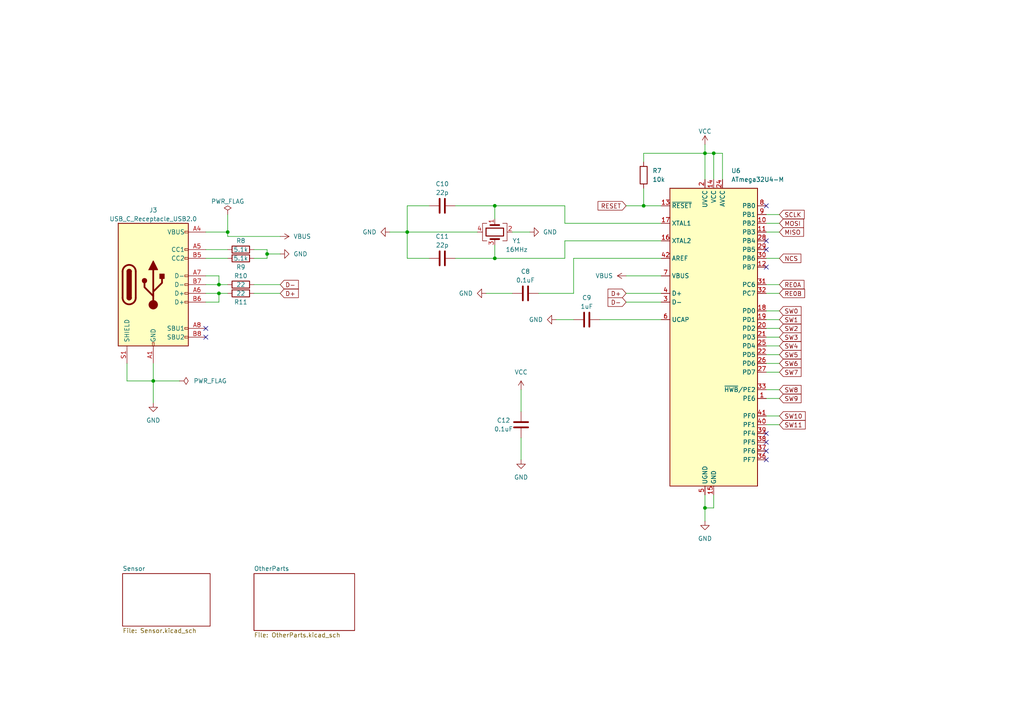
<source format=kicad_sch>
(kicad_sch (version 20230121) (generator eeschema)
  (paper "A4")
  (lib_symbols
    (symbol "Connector:USB_C_Receptacle_USB2.0" (pin_names (offset 1.016))
      (property "Reference" "J" (at -10.16 19.05 0))
      (property "Value" "USB_C_Receptacle_USB2.0" (at 19.05 19.05 0))
      (symbol "USB_C_Receptacle_USB2.0_0_0"
        (rectangle (start -0.254 -17.78) (end 0.254 -16.764))
        (rectangle (start 10.16 -14.986) (end 9.144 -15.494))
        (rectangle (start 10.16 -12.446) (end 9.144 -12.954))
        (rectangle (start 10.16 -4.826) (end 9.144 -5.334))
        (rectangle (start 10.16 -2.286) (end 9.144 -2.794))
        (rectangle (start 10.16 0.254) (end 9.144 -0.254))
        (rectangle (start 10.16 2.794) (end 9.144 2.286))
        (rectangle (start 10.16 7.874) (end 9.144 7.366))
        (rectangle (start 10.16 10.414) (end 9.144 9.906))
        (rectangle (start 10.16 15.494) (end 9.144 14.986))
      )
      (symbol "USB_C_Receptacle_USB2.0_0_1"
        (rectangle (start -10.16 17.78) (end 10.16 -17.78) (stroke (width 0.254)) (fill (type background)))
        (arc (start -8.89 -3.81) (mid -6.985 -5.7067) (end -5.08 -3.81) (stroke (width 0.508)))
        (arc (start -7.62 -3.81) (mid -6.985 -4.4423) (end -6.35 -3.81) (stroke (width 0.254)))
        (arc (start -7.62 -3.81) (mid -6.985 -4.4423) (end -6.35 -3.81) (stroke (width 0.254)) (fill (type outline)))
        (rectangle (start -7.62 -3.81) (end -6.35 3.81) (stroke (width 0.254)) (fill (type outline)))
        (arc (start -6.35 3.81) (mid -6.985 4.4423) (end -7.62 3.81) (stroke (width 0.254)))
        (arc (start -6.35 3.81) (mid -6.985 4.4423) (end -7.62 3.81) (stroke (width 0.254)) (fill (type outline)))
        (arc (start -5.08 3.81) (mid -6.985 5.7067) (end -8.89 3.81) (stroke (width 0.508)))
        (circle (center -2.54 1.143) (radius 0.635) (stroke (width 0.254)) (fill (type outline)))
        (circle (center 0 -5.842) (radius 1.27) (fill (type outline)))
        (polyline (pts (xy -8.89 -3.81) (xy -8.89 3.81)) (stroke (width 0.508)))
        (polyline (pts (xy -5.08 3.81) (xy -5.08 -3.81)) (stroke (width 0.508)))
        (polyline (pts (xy 0 -5.842) (xy 0 4.318)) (stroke (width 0.508)))
        (polyline (pts (xy 0 -3.302) (xy -2.54 -0.762) (xy -2.54 0.508)) (stroke (width 0.508)))
        (polyline (pts (xy 0 -2.032) (xy 2.54 0.508) (xy 2.54 1.778)) (stroke (width 0.508)))
        (polyline (pts (xy -1.27 4.318) (xy 0 6.858) (xy 1.27 4.318) (xy -1.27 4.318)) (stroke (width 0.254)) (fill (type outline)))
        (rectangle (start 1.905 1.778) (end 3.175 3.048) (stroke (width 0.254)) (fill (type outline)))
      )
      (symbol "USB_C_Receptacle_USB2.0_1_1"
        (pin passive line (at 0 -22.86 90) (length 5.08) (name "GND") (number "A1"))
        (pin passive line (at 0 -22.86 90) (length 5.08) hide (name "GND") (number "A12"))
        (pin passive line (at 15.24 15.24 180) (length 5.08) (name "VBUS") (number "A4"))
        (pin bidirectional line (at 15.24 10.16 180) (length 5.08) (name "CC1") (number "A5"))
        (pin bidirectional line (at 15.24 -2.54 180) (length 5.08) (name "D+") (number "A6"))
        (pin bidirectional line (at 15.24 2.54 180) (length 5.08) (name "D-") (number "A7"))
        (pin bidirectional line (at 15.24 -12.7 180) (length 5.08) (name "SBU1") (number "A8"))
        (pin passive line (at 15.24 15.24 180) (length 5.08) hide (name "VBUS") (number "A9"))
        (pin passive line (at 0 -22.86 90) (length 5.08) hide (name "GND") (number "B1"))
        (pin passive line (at 0 -22.86 90) (length 5.08) hide (name "GND") (number "B12"))
        (pin passive line (at 15.24 15.24 180) (length 5.08) hide (name "VBUS") (number "B4"))
        (pin bidirectional line (at 15.24 7.62 180) (length 5.08) (name "CC2") (number "B5"))
        (pin bidirectional line (at 15.24 -5.08 180) (length 5.08) (name "D+") (number "B6"))
        (pin bidirectional line (at 15.24 0 180) (length 5.08) (name "D-") (number "B7"))
        (pin bidirectional line (at 15.24 -15.24 180) (length 5.08) (name "SBU2") (number "B8"))
        (pin passive line (at 15.24 15.24 180) (length 5.08) hide (name "VBUS") (number "B9"))
        (pin passive line (at -7.62 -22.86 90) (length 5.08) (name "SHIELD") (number "S1"))
      )
    )
    (symbol "Device:C" (pin_numbers hide) (pin_names (offset 0.254))
      (property "Reference" "C" (at 0.635 2.54 0))
      (property "Value" "C" (at 0.635 -2.54 0))
      (symbol "C_0_1"
        (polyline (pts (xy -2.032 -0.762) (xy 2.032 -0.762)) (stroke (width 0.508)))
        (polyline (pts (xy -2.032 0.762) (xy 2.032 0.762)) (stroke (width 0.508)))
      )
      (symbol "C_1_1"
        (pin passive line (at 0 3.81 270) (length 2.794) (name "~") (number "1"))
        (pin passive line (at 0 -3.81 90) (length 2.794) (name "~") (number "2"))
      )
    )
    (symbol "Device:Crystal_GND24" (pin_names (offset 1.016) hide)
      (property "Reference" "Y" (at 3.175 5.08 0))
      (property "Value" "Crystal_GND24" (at 3.175 3.175 0))
      (symbol "Crystal_GND24_0_1"
        (rectangle (start -1.143 2.54) (end 1.143 -2.54) (stroke (width 0.3048)))
        (polyline (pts (xy -2.54 0) (xy -2.032 0)))
        (polyline (pts (xy -2.032 -1.27) (xy -2.032 1.27)) (stroke (width 0.508)))
        (polyline (pts (xy 0 -3.81) (xy 0 -3.556)))
        (polyline (pts (xy 0 3.556) (xy 0 3.81)))
        (polyline (pts (xy 2.032 -1.27) (xy 2.032 1.27)) (stroke (width 0.508)))
        (polyline (pts (xy 2.032 0) (xy 2.54 0)))
        (polyline (pts (xy -2.54 -2.286) (xy -2.54 -3.556) (xy 2.54 -3.556) (xy 2.54 -2.286)))
        (polyline (pts (xy -2.54 2.286) (xy -2.54 3.556) (xy 2.54 3.556) (xy 2.54 2.286)))
      )
      (symbol "Crystal_GND24_1_1"
        (pin passive line (at -3.81 0 0) (length 1.27) (name "1") (number "1"))
        (pin passive line (at 0 5.08 270) (length 1.27) (name "2") (number "2"))
        (pin passive line (at 3.81 0 180) (length 1.27) (name "3") (number "3"))
        (pin passive line (at 0 -5.08 90) (length 1.27) (name "4") (number "4"))
      )
    )
    (symbol "Device:R" (pin_numbers hide) (pin_names (offset 0))
      (property "Reference" "R" (at 2.032 0 90))
      (property "Value" "R" (at 0 0 90))
      (symbol "R_0_1"
        (rectangle (start -1.016 -2.54) (end 1.016 2.54) (stroke (width 0.254)))
      )
      (symbol "R_1_1"
        (pin passive line (at 0 3.81 270) (length 1.27) (name "~") (number "1"))
        (pin passive line (at 0 -3.81 90) (length 1.27) (name "~") (number "2"))
      )
    )
    (symbol "MCU_Microchip_ATmega:ATmega32U4-M"
      (property "Reference" "U" (at -12.7 44.45 0))
      (property "Value" "ATmega32U4-M" (at 2.54 -44.45 0))
      (symbol "ATmega32U4-M_0_1"
        (rectangle (start -12.7 -43.18) (end 12.7 43.18) (stroke (width 0.254)) (fill (type background)))
      )
      (symbol "ATmega32U4-M_1_1"
        (pin bidirectional line (at 15.24 -17.78 180) (length 2.54) (name "PE6") (number "1"))
        (pin bidirectional line (at 15.24 33.02 180) (length 2.54) (name "PB2") (number "10"))
        (pin bidirectional line (at 15.24 30.48 180) (length 2.54) (name "PB3") (number "11"))
        (pin bidirectional line (at 15.24 20.32 180) (length 2.54) (name "PB7") (number "12"))
        (pin input line (at -15.24 38.1 0) (length 2.54) (name "~{RESET}") (number "13"))
        (pin power_in line (at 0 45.72 270) (length 2.54) (name "VCC") (number "14"))
        (pin power_in line (at 0 -45.72 90) (length 2.54) (name "GND") (number "15"))
        (pin output line (at -15.24 27.94 0) (length 2.54) (name "XTAL2") (number "16"))
        (pin input line (at -15.24 33.02 0) (length 2.54) (name "XTAL1") (number "17"))
        (pin bidirectional line (at 15.24 7.62 180) (length 2.54) (name "PD0") (number "18"))
        (pin bidirectional line (at 15.24 5.08 180) (length 2.54) (name "PD1") (number "19"))
        (pin power_in line (at -2.54 45.72 270) (length 2.54) (name "UVCC") (number "2"))
        (pin bidirectional line (at 15.24 2.54 180) (length 2.54) (name "PD2") (number "20"))
        (pin bidirectional line (at 15.24 0 180) (length 2.54) (name "PD3") (number "21"))
        (pin bidirectional line (at 15.24 -5.08 180) (length 2.54) (name "PD5") (number "22"))
        (pin passive line (at 0 -45.72 90) (length 2.54) hide (name "GND") (number "23"))
        (pin power_in line (at 2.54 45.72 270) (length 2.54) (name "AVCC") (number "24"))
        (pin bidirectional line (at 15.24 -2.54 180) (length 2.54) (name "PD4") (number "25"))
        (pin bidirectional line (at 15.24 -7.62 180) (length 2.54) (name "PD6") (number "26"))
        (pin bidirectional line (at 15.24 -10.16 180) (length 2.54) (name "PD7") (number "27"))
        (pin bidirectional line (at 15.24 27.94 180) (length 2.54) (name "PB4") (number "28"))
        (pin bidirectional line (at 15.24 25.4 180) (length 2.54) (name "PB5") (number "29"))
        (pin bidirectional line (at -15.24 10.16 0) (length 2.54) (name "D-") (number "3"))
        (pin bidirectional line (at 15.24 22.86 180) (length 2.54) (name "PB6") (number "30"))
        (pin bidirectional line (at 15.24 15.24 180) (length 2.54) (name "PC6") (number "31"))
        (pin bidirectional line (at 15.24 12.7 180) (length 2.54) (name "PC7") (number "32"))
        (pin bidirectional line (at 15.24 -15.24 180) (length 2.54) (name "~{HWB}/PE2") (number "33"))
        (pin passive line (at 0 45.72 270) (length 2.54) hide (name "VCC") (number "34"))
        (pin passive line (at 0 -45.72 90) (length 2.54) hide (name "GND") (number "35"))
        (pin bidirectional line (at 15.24 -35.56 180) (length 2.54) (name "PF7") (number "36"))
        (pin bidirectional line (at 15.24 -33.02 180) (length 2.54) (name "PF6") (number "37"))
        (pin bidirectional line (at 15.24 -30.48 180) (length 2.54) (name "PF5") (number "38"))
        (pin bidirectional line (at 15.24 -27.94 180) (length 2.54) (name "PF4") (number "39"))
        (pin bidirectional line (at -15.24 12.7 0) (length 2.54) (name "D+") (number "4"))
        (pin bidirectional line (at 15.24 -25.4 180) (length 2.54) (name "PF1") (number "40"))
        (pin bidirectional line (at 15.24 -22.86 180) (length 2.54) (name "PF0") (number "41"))
        (pin passive line (at -15.24 22.86 0) (length 2.54) (name "AREF") (number "42"))
        (pin passive line (at 0 -45.72 90) (length 2.54) hide (name "GND") (number "43"))
        (pin passive line (at 2.54 45.72 270) (length 2.54) hide (name "AVCC") (number "44"))
        (pin passive line (at 0 -45.72 90) (length 2.54) hide (name "GND") (number "45"))
        (pin passive line (at -2.54 -45.72 90) (length 2.54) (name "UGND") (number "5"))
        (pin passive line (at -15.24 5.08 0) (length 2.54) (name "UCAP") (number "6"))
        (pin input line (at -15.24 17.78 0) (length 2.54) (name "VBUS") (number "7"))
        (pin bidirectional line (at 15.24 38.1 180) (length 2.54) (name "PB0") (number "8"))
        (pin bidirectional line (at 15.24 35.56 180) (length 2.54) (name "PB1") (number "9"))
      )
    )
    (symbol "power:GND" (power) (pin_names (offset 0))
      (property "Value" "GND" (at 0 -3.81 0))
      (symbol "GND_0_1"
        (polyline (pts (xy 0 0) (xy 0 -1.27) (xy 1.27 -1.27) (xy 0 -2.54) (xy -1.27 -1.27) (xy 0 -1.27)))
      )
      (symbol "GND_1_1"
        (pin power_in line (at 0 0 270) (length 0) hide (name "GND") (number "1"))
      )
    )
    (symbol "power:PWR_FLAG" (power) (pin_numbers hide) (pin_names (offset 0) hide)
      (property "Value" "PWR_FLAG" (at 0 3.81 0))
      (symbol "PWR_FLAG_0_0"
        (pin power_out line (at 0 0 90) (length 0) (name "pwr") (number "1"))
      )
      (symbol "PWR_FLAG_0_1"
        (polyline (pts (xy 0 0) (xy 0 1.27) (xy -1.016 1.905) (xy 0 2.54) (xy 1.016 1.905) (xy 0 1.27)))
      )
    )
    (symbol "power:VBUS" (power) (pin_names (offset 0))
      (property "Value" "VBUS" (at 0 3.81 0))
      (symbol "VBUS_0_1"
        (polyline (pts (xy -0.762 1.27) (xy 0 2.54)))
        (polyline (pts (xy 0 0) (xy 0 2.54)))
        (polyline (pts (xy 0 2.54) (xy 0.762 1.27)))
      )
      (symbol "VBUS_1_1"
        (pin power_in line (at 0 0 90) (length 0) hide (name "VBUS") (number "1"))
      )
    )
    (symbol "power:VCC" (power) (pin_names (offset 0))
      (property "Value" "VCC" (at 0 3.81 0))
      (symbol "VCC_0_1"
        (polyline (pts (xy -0.762 1.27) (xy 0 2.54)))
        (polyline (pts (xy 0 0) (xy 0 2.54)))
        (polyline (pts (xy 0 2.54) (xy 0.762 1.27)))
      )
      (symbol "VCC_1_1"
        (pin power_in line (at 0 0 90) (length 0) hide (name "VCC") (number "1"))
      )
    )
  )
  (junction (at 63.5 85.09))
  (junction (at 44.45 110.49))
  (junction (at 66.04 67.31))
  (junction (at 186.69 59.69))
  (junction (at 204.47 44.45))
  (junction (at 204.47 147.32))
  (junction (at 63.5 82.55))
  (junction (at 143.51 74.93))
  (junction (at 143.51 59.69))
  (junction (at 118.11 67.31))
  (junction (at 207.01 44.45))
  (junction (at 77.47 73.66))
  (no_connect (at 59.69 95.25))
  (no_connect (at 59.69 97.79))
  (no_connect (at 222.25 69.85))
  (no_connect (at 222.25 125.73))
  (no_connect (at 222.25 130.81))
  (no_connect (at 222.25 77.47))
  (no_connect (at 222.25 59.69))
  (no_connect (at 222.25 133.35))
  (no_connect (at 222.25 128.27))
  (no_connect (at 222.25 72.39))
  (wire (pts (xy 148.59 85.09) (xy 140.97 85.09)))
  (wire (pts (xy 44.45 110.49) (xy 52.07 110.49)))
  (wire (pts (xy 181.61 87.63) (xy 191.77 87.63)))
  (wire (pts (xy 222.25 90.17) (xy 226.06 90.17)))
  (wire (pts (xy 77.47 74.93) (xy 77.47 73.66)))
  (wire (pts (xy 59.69 87.63) (xy 63.5 87.63)))
  (wire (pts (xy 118.11 59.69) (xy 118.11 67.31)))
  (wire (pts (xy 186.69 59.69) (xy 191.77 59.69)))
  (wire (pts (xy 77.47 73.66) (xy 81.28 73.66)))
  (wire (pts (xy 207.01 52.07) (xy 207.01 44.45)))
  (wire (pts (xy 161.29 92.71) (xy 166.37 92.71)))
  (wire (pts (xy 59.69 82.55) (xy 63.5 82.55)))
  (wire (pts (xy 163.83 74.93) (xy 143.51 74.93)))
  (wire (pts (xy 222.25 97.79) (xy 226.06 97.79)))
  (wire (pts (xy 63.5 85.09) (xy 66.04 85.09)))
  (wire (pts (xy 204.47 147.32) (xy 204.47 151.13)))
  (wire (pts (xy 222.25 115.57) (xy 226.06 115.57)))
  (wire (pts (xy 181.61 80.01) (xy 191.77 80.01)))
  (wire (pts (xy 132.08 74.93) (xy 143.51 74.93)))
  (wire (pts (xy 59.69 67.31) (xy 66.04 67.31)))
  (wire (pts (xy 222.25 102.87) (xy 226.06 102.87)))
  (wire (pts (xy 63.5 80.01) (xy 63.5 82.55)))
  (wire (pts (xy 173.99 92.71) (xy 191.77 92.71)))
  (wire (pts (xy 209.55 44.45) (xy 207.01 44.45)))
  (wire (pts (xy 209.55 52.07) (xy 209.55 44.45)))
  (wire (pts (xy 207.01 44.45) (xy 204.47 44.45)))
  (wire (pts (xy 191.77 74.93) (xy 166.37 74.93)))
  (wire (pts (xy 207.01 147.32) (xy 204.47 147.32)))
  (wire (pts (xy 191.77 64.77) (xy 163.83 64.77)))
  (wire (pts (xy 186.69 44.45) (xy 186.69 46.99)))
  (wire (pts (xy 59.69 85.09) (xy 63.5 85.09)))
  (wire (pts (xy 66.04 68.58) (xy 81.28 68.58)))
  (wire (pts (xy 36.83 110.49) (xy 44.45 110.49)))
  (wire (pts (xy 204.47 44.45) (xy 204.47 52.07)))
  (wire (pts (xy 222.25 95.25) (xy 226.06 95.25)))
  (wire (pts (xy 143.51 74.93) (xy 143.51 71.12)))
  (wire (pts (xy 163.83 59.69) (xy 143.51 59.69)))
  (wire (pts (xy 77.47 72.39) (xy 77.47 73.66)))
  (wire (pts (xy 166.37 74.93) (xy 166.37 85.09)))
  (wire (pts (xy 151.13 113.03) (xy 151.13 119.38)))
  (wire (pts (xy 118.11 67.31) (xy 138.43 67.31)))
  (wire (pts (xy 204.47 41.91) (xy 204.47 44.45)))
  (wire (pts (xy 66.04 68.58) (xy 66.04 67.31)))
  (wire (pts (xy 59.69 80.01) (xy 63.5 80.01)))
  (wire (pts (xy 204.47 143.51) (xy 204.47 147.32)))
  (wire (pts (xy 118.11 74.93) (xy 118.11 67.31)))
  (wire (pts (xy 204.47 44.45) (xy 186.69 44.45)))
  (wire (pts (xy 44.45 105.41) (xy 44.45 110.49)))
  (wire (pts (xy 222.25 100.33) (xy 226.06 100.33)))
  (wire (pts (xy 163.83 69.85) (xy 163.83 74.93)))
  (wire (pts (xy 222.25 85.09) (xy 226.06 85.09)))
  (wire (pts (xy 124.46 59.69) (xy 118.11 59.69)))
  (wire (pts (xy 113.03 67.31) (xy 118.11 67.31)))
  (wire (pts (xy 222.25 74.93) (xy 226.06 74.93)))
  (wire (pts (xy 73.66 85.09) (xy 81.28 85.09)))
  (wire (pts (xy 166.37 85.09) (xy 156.21 85.09)))
  (wire (pts (xy 222.25 62.23) (xy 226.06 62.23)))
  (wire (pts (xy 63.5 87.63) (xy 63.5 85.09)))
  (wire (pts (xy 191.77 69.85) (xy 163.83 69.85)))
  (wire (pts (xy 73.66 82.55) (xy 81.28 82.55)))
  (wire (pts (xy 222.25 64.77) (xy 226.06 64.77)))
  (wire (pts (xy 163.83 64.77) (xy 163.83 59.69)))
  (wire (pts (xy 63.5 82.55) (xy 66.04 82.55)))
  (wire (pts (xy 151.13 127) (xy 151.13 133.35)))
  (wire (pts (xy 222.25 92.71) (xy 226.06 92.71)))
  (wire (pts (xy 181.61 85.09) (xy 191.77 85.09)))
  (wire (pts (xy 222.25 120.65) (xy 226.06 120.65)))
  (wire (pts (xy 222.25 113.03) (xy 226.06 113.03)))
  (wire (pts (xy 36.83 105.41) (xy 36.83 110.49)))
  (wire (pts (xy 186.69 54.61) (xy 186.69 59.69)))
  (wire (pts (xy 222.25 67.31) (xy 226.06 67.31)))
  (wire (pts (xy 222.25 107.95) (xy 226.06 107.95)))
  (wire (pts (xy 143.51 59.69) (xy 143.51 63.5)))
  (wire (pts (xy 132.08 59.69) (xy 143.51 59.69)))
  (wire (pts (xy 124.46 74.93) (xy 118.11 74.93)))
  (wire (pts (xy 59.69 74.93) (xy 66.04 74.93)))
  (wire (pts (xy 222.25 82.55) (xy 226.06 82.55)))
  (wire (pts (xy 66.04 62.23) (xy 66.04 67.31)))
  (wire (pts (xy 73.66 72.39) (xy 77.47 72.39)))
  (wire (pts (xy 222.25 123.19) (xy 226.06 123.19)))
  (wire (pts (xy 59.69 72.39) (xy 66.04 72.39)))
  (wire (pts (xy 207.01 143.51) (xy 207.01 147.32)))
  (wire (pts (xy 73.66 74.93) (xy 77.47 74.93)))
  (wire (pts (xy 44.45 110.49) (xy 44.45 116.84)))
  (wire (pts (xy 181.61 59.69) (xy 186.69 59.69)))
  (wire (pts (xy 148.59 67.31) (xy 153.67 67.31)))
  (wire (pts (xy 222.25 105.41) (xy 226.06 105.41)))
  (global_label "SW5" (shape input) (at 226.06 102.87 0) (property "Intersheetrefs" "${INTERSHEET_REFS}" (effects hide)))
  (global_label "RE0B" (shape input) (at 226.06 85.09 0) (property "Intersheetrefs" "${INTERSHEET_REFS}" (effects hide)))
  (global_label "SW7" (shape input) (at 226.06 107.95 0) (property "Intersheetrefs" "${INTERSHEET_REFS}" (effects hide)))
  (global_label "D-" (shape input) (at 181.61 87.63 180) (property "Intersheetrefs" "${INTERSHEET_REFS}" (effects hide)))
  (global_label "SW3" (shape input) (at 226.06 97.79 0) (property "Intersheetrefs" "${INTERSHEET_REFS}" (effects hide)))
  (global_label "D+" (shape input) (at 81.28 85.09 0) (property "Intersheetrefs" "${INTERSHEET_REFS}" (effects hide)))
  (global_label "D+" (shape input) (at 181.61 85.09 180) (property "Intersheetrefs" "${INTERSHEET_REFS}" (effects hide)))
  (global_label "D-" (shape input) (at 81.28 82.55 0) (property "Intersheetrefs" "${INTERSHEET_REFS}" (effects hide)))
  (global_label "SW1" (shape input) (at 226.06 92.71 0) (property "Intersheetrefs" "${INTERSHEET_REFS}" (effects hide)))
  (global_label "SW10" (shape input) (at 226.06 120.65 0) (property "Intersheetrefs" "${INTERSHEET_REFS}" (effects hide)))
  (global_label "SW9" (shape input) (at 226.06 115.57 0) (property "Intersheetrefs" "${INTERSHEET_REFS}" (effects hide)))
  (global_label "SCLK" (shape input) (at 226.06 62.23 0) (property "Intersheetrefs" "${INTERSHEET_REFS}" (effects hide)))
  (global_label "SW11" (shape input) (at 226.06 123.19 0) (property "Intersheetrefs" "${INTERSHEET_REFS}" (effects hide)))
  (global_label "NCS" (shape input) (at 226.06 74.93 0) (property "Intersheetrefs" "${INTERSHEET_REFS}" (effects hide)))
  (global_label "MOSI" (shape input) (at 226.06 64.77 0) (property "Intersheetrefs" "${INTERSHEET_REFS}" (effects hide)))
  (global_label "RESET" (shape input) (at 181.61 59.69 180) (property "Intersheetrefs" "${INTERSHEET_REFS}" (effects hide)))
  (global_label "SW6" (shape input) (at 226.06 105.41 0) (property "Intersheetrefs" "${INTERSHEET_REFS}" (effects hide)))
  (global_label "MISO" (shape input) (at 226.06 67.31 0) (property "Intersheetrefs" "${INTERSHEET_REFS}" (effects hide)))
  (global_label "SW0" (shape input) (at 226.06 90.17 0) (property "Intersheetrefs" "${INTERSHEET_REFS}" (effects hide)))
  (global_label "SW8" (shape input) (at 226.06 113.03 0) (property "Intersheetrefs" "${INTERSHEET_REFS}" (effects hide)))
  (global_label "SW2" (shape input) (at 226.06 95.25 0) (property "Intersheetrefs" "${INTERSHEET_REFS}" (effects hide)))
  (global_label "SW4" (shape input) (at 226.06 100.33 0) (property "Intersheetrefs" "${INTERSHEET_REFS}" (effects hide)))
  (global_label "RE0A" (shape input) (at 226.06 82.55 0) (property "Intersheetrefs" "${INTERSHEET_REFS}" (effects hide)))
  (symbol (lib_id "power:GND") (at 204.47 151.13 0) (unit 1)
    (property "Reference" "#PWR019" (effects hide))
    (property "Value" "GND" (at 204.47 156.21 0))
  )
  (symbol (lib_id "power:GND") (at 151.13 133.35 0) (unit 1)
    (property "Reference" "#PWR022" (effects hide))
    (property "Value" "GND" (at 151.13 138.43 0))
  )
  (symbol (lib_id "Device:R") (at 69.85 82.55 270) (unit 1)
    (property "Reference" "R10" (at 69.85 80.01 90))
    (property "Value" "22" (at 69.85 82.55 90))
    (property "Footprint" "0:R0603" (effects hide))
    (property "LCSC" "C23345" (effects hide))
  )
  (symbol (lib_id "Device:R") (at 69.85 72.39 270) (unit 1)
    (property "Reference" "R8" (at 69.85 69.85 90))
    (property "Value" "5.1k" (at 69.85 72.39 90))
    (property "Footprint" "0:R0603" (effects hide))
    (property "LCSC" "C23186" (effects hide))
  )
  (symbol (lib_id "power:GND") (at 44.45 116.84 0) (unit 1)
    (property "Reference" "#PWR026" (effects hide))
    (property "Value" "GND" (at 44.45 121.92 0))
  )
  (symbol (lib_id "power:PWR_FLAG") (at 52.07 110.49 270) (mirror x) (unit 1)
    (property "Reference" "#FLG04" (effects hide))
    (property "Value" "PWR_FLAG" (at 60.96 110.49 90))
  )
  (symbol (lib_id "power:GND") (at 140.97 85.09 270) (unit 1)
    (property "Reference" "#PWR016" (effects hide))
    (property "Value" "GND" (at 137.16 85.09 90) (effects (justify right)))
  )
  (symbol (lib_id "Device:C") (at 151.13 123.19 0) (unit 1)
    (property "Reference" "C12" (at 146.05 121.92 0))
    (property "Value" "0.1uF" (at 146.05 124.46 0))
    (property "Footprint" "0:C0402" (effects hide))
    (property "LCSC" "C60474" (effects hide))
  )
  (symbol (lib_id "power:GND") (at 161.29 92.71 270) (unit 1)
    (property "Reference" "#PWR018" (effects hide))
    (property "Value" "GND" (at 157.48 92.71 90) (effects (justify right)))
  )
  (symbol (lib_id "power:PWR_FLAG") (at 66.04 62.23 0) (mirror y) (unit 1)
    (property "Reference" "#FLG03" (effects hide))
    (property "Value" "PWR_FLAG" (at 66.04 58.42 0))
  )
  (symbol (lib_id "power:VBUS") (at 181.61 80.01 90) (unit 1)
    (property "Reference" "#PWR017" (effects hide))
    (property "Value" "VBUS" (at 177.8 80.01 90) (effects (justify left)))
  )
  (symbol (lib_id "Device:R") (at 69.85 85.09 270) (unit 1)
    (property "Reference" "R11" (at 69.85 87.63 90))
    (property "Value" "22" (at 69.85 85.09 90))
    (property "Footprint" "0:R0603" (effects hide))
    (property "LCSC" "C23345" (effects hide))
  )
  (symbol (lib_id "power:GND") (at 81.28 73.66 90) (mirror x) (unit 1)
    (property "Reference" "#PWR025" (effects hide))
    (property "Value" "GND" (at 85.09 73.66 90) (effects (justify right)))
  )
  (symbol (lib_id "power:VBUS") (at 81.28 68.58 270) (unit 1)
    (property "Reference" "#PWR024" (effects hide))
    (property "Value" "VBUS" (at 85.09 68.58 90) (effects (justify left)))
  )
  (symbol (lib_id "Device:Crystal_GND24") (at 143.51 67.31 270) (unit 1)
    (property "Reference" "Y1" (at 149.86 69.85 90))
    (property "Value" "16MHz" (at 149.86 72.39 90))
    (property "Footprint" "0:Crystals ROHS 16MHz OSC-SMD_4P-L3.2-W2.5-BL" (effects hide))
    (property "LCSC" "C13738" (effects hide))
  )
  (symbol (lib_id "Device:C") (at 152.4 85.09 270) (unit 1)
    (property "Reference" "C8" (at 152.4 78.74 90))
    (property "Value" "0.1uF" (at 152.4 81.28 90))
    (property "Footprint" "0:C0402" (effects hide))
    (property "LCSC" "C60474" (effects hide))
  )
  (symbol (lib_id "Device:C") (at 128.27 74.93 270) (unit 1)
    (property "Reference" "C11" (at 128.27 68.58 90))
    (property "Value" "22p" (at 128.27 71.12 90))
    (property "Footprint" "0:C0603" (effects hide))
    (property "LCSC" "C105620" (effects hide))
  )
  (symbol (lib_id "power:GND") (at 153.67 67.31 90) (mirror x) (unit 1)
    (property "Reference" "#PWR021" (effects hide))
    (property "Value" "GND" (at 157.48 67.31 90) (effects (justify right)))
  )
  (symbol (lib_id "power:VCC") (at 204.47 41.91 0) (unit 1)
    (property "Reference" "#PWR015" (effects hide))
    (property "Value" "VCC" (at 204.47 38.1 0))
  )
  (symbol (lib_id "MCU_Microchip_ATmega:ATmega32U4-M") (at 207.01 97.79 0) (unit 1)
    (property "Reference" "U6" (at 212.09 49.53 0) (effects (justify left)))
    (property "Value" "ATmega32U4-M" (at 212.09 52.07 0) (effects (justify left)))
    (property "Footprint" "0:ATMEGA32U4-MU VQFN-44_L7.0-W7.0-P0.50-BL-EP5.2" (effects hide))
    (property "Datasheet" "http://ww1.microchip.com/downloads/en/DeviceDoc/Atmel-7766-8-bit-AVR-ATmega16U4-32U4_Datasheet.pdf" (effects hide))
    (property "LCSC" "C112161" (effects hide))
  )
  (symbol (lib_id "Device:C") (at 170.18 92.71 270) (unit 1)
    (property "Reference" "C9" (at 170.18 86.36 90))
    (property "Value" "1uF" (at 170.18 88.9 90))
    (property "Footprint" "0:C0402" (effects hide))
    (property "LCSC" "C14445" (effects hide))
  )
  (symbol (lib_id "Device:R") (at 69.85 74.93 270) (unit 1)
    (property "Reference" "R9" (at 69.85 77.47 90))
    (property "Value" "5.1k" (at 69.85 74.93 90))
    (property "Footprint" "0:R0603" (effects hide))
    (property "LCSC" "C23186" (effects hide))
  )
  (symbol (lib_id "Device:C") (at 128.27 59.69 270) (unit 1)
    (property "Reference" "C10" (at 128.27 53.34 90))
    (property "Value" "22p" (at 128.27 55.88 90))
    (property "Footprint" "0:C0603" (effects hide))
    (property "LCSC" "C105620" (effects hide))
  )
  (symbol (lib_id "power:GND") (at 113.03 67.31 270) (unit 1)
    (property "Reference" "#PWR020" (effects hide))
    (property "Value" "GND" (at 109.22 67.31 90) (effects (justify right)))
  )
  (symbol (lib_id "power:VCC") (at 151.13 113.03 0) (unit 1)
    (property "Reference" "#PWR023" (effects hide))
    (property "Value" "VCC" (at 151.13 107.95 0))
  )
  (symbol (lib_id "Device:R") (at 186.69 50.8 180) (unit 1)
    (property "Reference" "R7" (at 189.23 49.53 0) (effects (justify right)))
    (property "Value" "10k" (at 189.23 52.07 0) (effects (justify right)))
    (property "Footprint" "0:R0603" (effects hide))
    (property "LCSC" "C25804" (effects hide))
  )
  (symbol (lib_id "Connector:USB_C_Receptacle_USB2.0") (at 44.45 82.55 0) (unit 1)
    (property "Reference" "J3" (at 44.45 60.96 0))
    (property "Value" "USB_C_Receptacle_USB2.0" (at 44.45 63.5 0))
    (property "Footprint" "0:USB-C-SMD_TYPE-C-6PIN-2MD-073" (effects hide))
    (property "Datasheet" "https://www.usb.org/sites/default/files/documents/usb_type-c.zip" (effects hide))
    (property "LCSC" "C2765186" (effects hide))
  )
  (sheet (at 35.56 166.37) (size 25.4 15.24) (stroke (width 0.1524))
    (property "Sheetname" "Sensor" (at 35.56 165.6584 0) (effects (justify left bottom)))
    (property "Sheetfile" "Sensor.kicad_sch" (at 35.56 182.1946 0) (effects (justify left top)))
  )
  (sheet (at 73.66 166.37) (size 29.21 16.51) (stroke (width 0.1524))
    (property "Sheetname" "OtherParts" (at 73.66 165.6584 0) (effects (justify left bottom)))
    (property "Sheetfile" "OtherParts.kicad_sch" (at 73.66 183.4646 0) (effects (justify left top)))
  )
)
</source>
